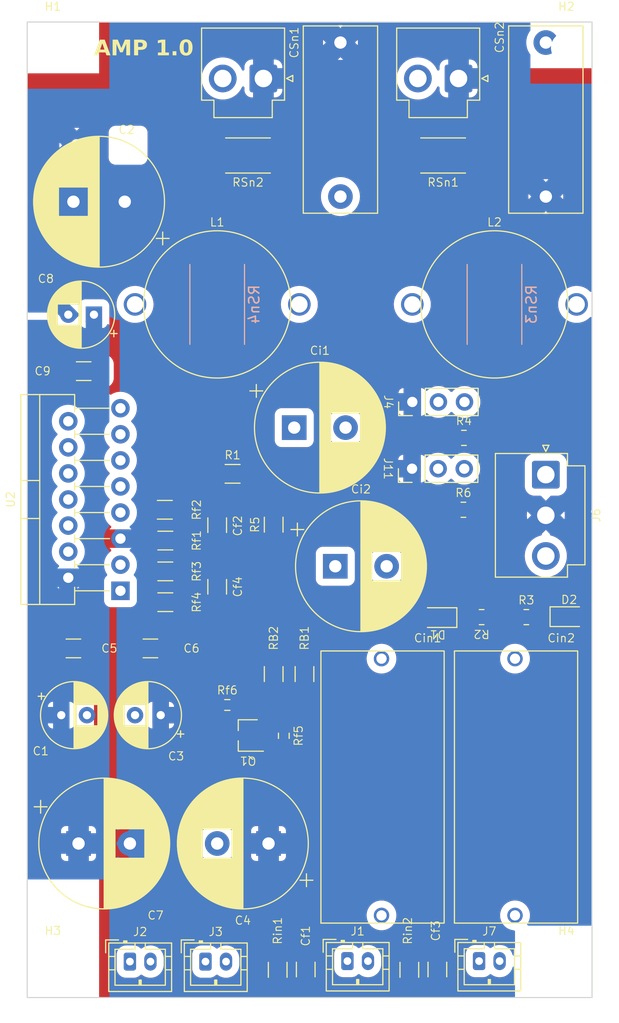
<source format=kicad_pcb>
(kicad_pcb (version 20240108) (generator "pcbnew") (generator_version "8.0")
  (layers (0 "F.Cu" signal) (1 "In1.Cu" power) (2 "In2.Cu" signal) (31 "B.Cu" mixed) (34 "B.Paste" user) (35 "F.Paste" user) (36 "B.SilkS" user "B.Silkscreen") (37 "F.SilkS" user "F.Silkscreen") (38 "B.Mask" user) (39 "F.Mask" user) (44 "Edge.Cuts" user))
  (net 0 "")
  (net 1 "CH1-IN")
  (net 2 "Net-(Ci1-Pad1)")
  (net 3 "VP")
  (net 4 "VM")
  (net 5 "CH1-OUT")
  (net 6 "INPUTGND")
  (net 7 "PGND")
  (net 8 "Net-(CSn1-Pad2)")
  (net 9 "Net-(D1-A)")
  (net 10 "Net-(D2-A)")
  (net 11 "Net-(Cin1-Pad2)")
  (net 12 "SIGGND")
  (net 13 "Net-(U2A-+)")
  (net 14 "Net-(Cf2-Pad1)")
  (net 15 "Net-(U2B-+)")
  (net 16 "Net-(J4-Pin_3)")
  (net 17 "Net-(Cf4-Pad1)")
  (net 18 "Net-(Ci2-Pad1)")
  (net 19 "Net-(Cin2-Pad2)")
  (net 20 "Net-(CSn2-Pad2)")
  (net 23 "Net-(U2A--)")
  (net 24 "Net-(U2B--)")
  (net 25 "SIGGND2")
  (net 26 "CH2-IN")
  (net 27 "CH2-OUT")
  (net 28 "Net-(J11-Pin_3)")
  (net 29 "Net-(Q1-B)")
  (net 30 "Net-(Q1-C)")
  (net 31 "MUTE_SIGNAL")
  (net 32 "MUTE")
  (footprint "Connector_PinHeader_2.54mm:PinHeader_1x03_P2.54mm_Vertical" (layer "F.Cu") (at 110.8 100.95 90)
    (property "Reference" "J4" (at 0 -2.33 -90) (layer "F.SilkS") (effects (font (size 0.8 0.8) (thickness 0.1))))
    (property "Value" "Conn_01x03_Male")
    (pad "1" thru_hole rect (at 0 0 90) (size 1.7 1.7) (drill 1) (layers "*.Cu" "*.Mask") (net 7 "PGND"))
    (pad "2" thru_hole oval (at 0 2.54 90) (size 1.7 1.7) (drill 1) (layers "*.Cu" "*.Mask") (net 12 "SIGGND"))
    (pad "3" thru_hole oval (at 0 5.08 90) (size 1.7 1.7) (drill 1) (layers "*.Cu" "*.Mask") (net 16 "Net-(J4-Pin_3)"))
  )
  (footprint "Components:4.7uF Polypropylene Aliexpress" (layer "F.Cu") (at 120.8 138.45 90)
    (property "Reference" "Cin2" (at 14.5 4.5 0) (layer "F.SilkS") (effects (font (size 0.8 0.8) (thickness 0.1))))
    (property "Value" "4.7u")
    (pad "1" thru_hole circle (at -12.5 0 90) (size 1.5 1.5) (drill 1) (layers "*.Cu" "*.Mask") (net 26 "CH2-IN"))
    (pad "2" thru_hole circle (at 12.5 0 90) (size 1.5 1.5) (drill 1) (layers "*.Cu" "*.Mask") (net 19 "Net-(Cin2-Pad2)"))
  )
  (footprint "Resistor_SMD:R_1206_3216Metric_Pad1.30x1.75mm_HandSolder" (layer "F.Cu") (at 110.51 156.25 90)
    (property "Reference" "Rin2" (at 3.8 -0.154 90) (layer "F.SilkS") (effects (font (size 0.8 0.8) (thickness 0.1))))
    (property "Value" "20K")
    (pad "1" smd roundrect (at -1.55 0 90) (size 1.3 1.75) (layers "F.Cu" "F.Paste" "F.Mask") (roundrect_rratio 0.192308) (net 6 "INPUTGND"))
    (pad "2" smd roundrect (at 1.55 0 90) (size 1.3 1.75) (layers "F.Cu" "F.Paste" "F.Mask") (roundrect_rratio 0.192308) (net 19 "Net-(Cin2-Pad2)"))
  )
  (footprint "Connector_JST:JST_PH_B2B-PH-K_1x02_P2.00mm_Vertical" (layer "F.Cu") (at 90.66 155.45)
    (property "Reference" "J3" (at 1 -2.9 0) (layer "F.SilkS") (effects (font (size 0.8 0.8) (thickness 0.1))))
    (property "Value" "Conn_01x02_Male")
    (pad "1" thru_hole roundrect (at 0 0) (size 1.2 1.75) (drill 0.75) (layers "*.Cu" "*.Mask") (roundrect_rratio 0.208333))
    (pad "2" thru_hole oval (at 2 0) (size 1.2 1.75) (drill 0.75) (layers "*.Cu" "*.Mask") (net 31 "MUTE_SIGNAL"))
  )
  (footprint "Resistor_SMD:R_0805_2012Metric_Pad1.20x1.40mm_HandSolder" (layer "F.Cu") (at 115.825 104.45)
    (property "Reference" "R4" (at 0 -1.65 0) (layer "F.SilkS") (effects (font (size 0.8 0.8) (thickness 0.1))))
    (property "Value" "15R")
    (pad "1" smd roundrect (at -1 0) (size 1.2 1.4) (layers "F.Cu" "F.Paste" "F.Mask") (roundrect_rratio 0.208333) (net 16 "Net-(J4-Pin_3)"))
    (pad "2" smd roundrect (at 1 0) (size 1.2 1.4) (layers "F.Cu" "F.Paste" "F.Mask") (roundrect_rratio 0.208333) (net 7 "PGND"))
  )
  (footprint "Resistor_SMD:R_2512_6332Metric_Pad1.40x3.35mm_HandSolder" (layer "F.Cu") (at 94.8 76.95 180)
    (property "Reference" "RSn2" (at 0 -2.62 0) (layer "F.SilkS") (effects (font (size 0.8 0.8) (thickness 0.1))))
    (property "Value" "4R7")
    (pad "1" smd roundrect (at -3.05 0 180) (size 1.4 3.35) (layers "F.Cu" "F.Paste" "F.Mask") (roundrect_rratio 0.178571) (net 8 "Net-(CSn1-Pad2)"))
    (pad "2" smd roundrect (at 3.05 0 180) (size 1.4 3.35) (layers "F.Cu" "F.Paste" "F.Mask") (roundrect_rratio 0.178571) (net 5 "CH1-OUT"))
  )
  (footprint "Capacitor_SMD:C_1206_3216Metric_Pad1.33x1.80mm_HandSolder" (layer "F.Cu") (at 100.42 156.22 -90)
    (property "Reference" "Cf1" (at -3.27 0.008 90) (layer "F.SilkS") (effects (font (size 0.8 0.8) (thickness 0.1))))
    (property "Value" "680p C0G")
    (pad "1" smd roundrect (at -1.5625 0 270) (size 1.325 1.8) (layers "F.Cu" "F.Paste" "F.Mask") (roundrect_rratio 0.188679) (net 13 "Net-(U2A-+)"))
    (pad "2" smd roundrect (at 1.5625 0 270) (size 1.325 1.8) (layers "F.Cu" "F.Paste" "F.Mask") (roundrect_rratio 0.188679) (net 6 "INPUTGND"))
  )
  (footprint "Capacitor_SMD:C_1206_3216Metric_Pad1.33x1.80mm_HandSolder" (layer "F.Cu") (at 78.8 97.95 180)
    (property "Reference" "C9" (at 4 0 0) (layer "F.SilkS") (effects (font (size 0.8 0.8) (thickness 0.1))))
    (property "Value" "4.7U X7R 50V")
    (pad "1" smd roundrect (at -1.5625 0 180) (size 1.325 1.8) (layers "F.Cu" "F.Paste" "F.Mask") (roundrect_rratio 0.188679) (net 3 "VP"))
    (pad "2" smd roundrect (at 1.5625 0 180) (size 1.325 1.8) (layers "F.Cu" "F.Paste" "F.Mask") (roundrect_rratio 0.188679) (net 7 "PGND"))
  )
  (footprint "Connector_JST:JST_PH_B2B-PH-K_1x02_P2.00mm_Vertical" (layer "F.Cu") (at 83.3 155.45)
    (property "Reference" "J2" (at 1 -2.9 0) (layer "F.SilkS") (effects (font (size 0.8 0.8) (thickness 0.1))))
    (property "Value" "Conn_01x02_Male")
    (pad "1" thru_hole roundrect (at 0 0) (size 1.2 1.75) (drill 0.75) (layers "*.Cu" "*.Mask") (roundrect_rratio 0.208333))
    (pad "2" thru_hole oval (at 2 0) (size 1.2 1.75) (drill 0.75) (layers "*.Cu" "*.Mask") (net 31 "MUTE_SIGNAL"))
  )
  (footprint "Capacitor_SMD:C_1206_3216Metric_Pad1.33x1.80mm_HandSolder" (layer "F.Cu") (at 77.8 124.95)
    (property "Reference" "C5" (at 3.5 0 0) (layer "F.SilkS") (effects (font (size 0.8 0.8) (thickness 0.1))))
    (property "Value" "4.7U X7R 50V")
    (pad "1" smd roundrect (at -1.5625 0) (size 1.325 1.8) (layers "F.Cu" "F.Paste" "F.Mask") (roundrect_rratio 0.188679) (net 3 "VP"))
    (pad "2" smd roundrect (at 1.5625 0) (size 1.325 1.8) (layers "F.Cu" "F.Paste" "F.Mask") (roundrect_rratio 0.188679) (net 7 "PGND"))
  )
  (footprint "Capacitor_THT:CP_Radial_D12.5mm_P5.00mm" (layer "F.Cu") (at 82.8 81.45 180)
    (property "Reference" "C2" (at -0.176041 7 0) (layer "F.SilkS") (effects (font (size 0.8 0.8) (thickness 0.1))))
    (property "Value" "1000U 50V")
    (pad "1" thru_hole rect (at 0 0 180) (size 2.4 2.4) (drill 1.2) (layers "*.Cu" "*.Mask") (net 3 "VP"))
    (pad "2" thru_hole circle (at 5 0 180) (size 2.4 2.4) (drill 1.2) (layers "*.Cu" "*.Mask") (net 7 "PGND"))
  )
  (footprint "Components:4.7uF Polypropylene Aliexpress" (layer "F.Cu") (at 107.8 138.45 90)
    (property "Reference" "Cin1" (at 14.5 4.5 0) (layer "F.SilkS") (effects (font (size 0.8 0.8) (thickness 0.1))))
    (property "Value" "4.7u")
    (pad "1" thru_hole circle (at -12.5 0 90) (size 1.5 1.5) (drill 1) (layers "*.Cu" "*.Mask") (net 1 "CH1-IN"))
    (pad "2" thru_hole circle (at 12.5 0 90) (size 1.5 1.5) (drill 1) (layers "*.Cu" "*.Mask") (net 11 "Net-(Cin1-Pad2)"))
  )
  (footprint "Resistor_SMD:R_1206_3216Metric_Pad1.30x1.75mm_HandSolder" (layer "F.Cu") (at 86.7 111.45)
    (property "Reference" "Rf2" (at 3.1 0 90) (layer "F.SilkS") (effects (font (size 0.8 0.8) (thickness 0.1))))
    (property "Value" "20K")
    (pad "1" smd roundrect (at -1.55 0) (size 1.3 1.75) (layers "F.Cu" "F.Paste" "F.Mask") (roundrect_rratio 0.192308) (net 5 "CH1-OUT"))
    (pad "2" smd roundrect (at 1.55 0) (size 1.3 1.75) (layers "F.Cu" "F.Paste" "F.Mask") (roundrect_rratio 0.192308) (net 14 "Net-(Cf2-Pad1)"))
  )
  (footprint "Capacitor_THT:CP_Radial_D6.3mm_P2.50mm" (layer "F.Cu") (at 86.3 131.45 180)
    (property "Reference" "C3" (at -1.5 -4 0) (layer "F.SilkS") (effects (font (size 0.8 0.8) (thickness 0.1))))
    (property "Value" "22U 50V")
    (pad "1" thru_hole rect (at 0 0 180) (size 1.6 1.6) (drill 0.8) (layers "*.Cu" "*.Mask") (net 7 "PGND"))
    (pad "2" thru_hole circle (at 2.5 0 180) (size 1.6 1.6) (drill 0.8) (layers "*.Cu" "*.Mask") (net 4 "VM"))
  )
  (footprint "Resistor_SMD:R_2512_6332Metric_Pad1.40x3.35mm_HandSolder" (layer "F.Cu") (at 113.8 76.95 180)
    (property "Reference" "RSn1" (at 0 -2.62 0) (layer "F.SilkS") (effects (font (size 0.8 0.8) (thickness 0.1))))
    (property "Value" "4R7")
    (pad "1" smd roundrect (at -3.05 0 180) (size 1.4 3.35) (layers "F.Cu" "F.Paste" "F.Mask") (roundrect_rratio 0.178571) (net 20 "Net-(CSn2-Pad2)"))
    (pad "2" smd roundrect (at 3.05 0 180) (size 1.4 3.35) (layers "F.Cu" "F.Paste" "F.Mask") (roundrect_rratio 0.178571) (net 27 "CH2-OUT"))
  )
  (footprint "Resistor_SMD:R_1206_3216Metric_Pad1.30x1.75mm_HandSolder" (layer "F.Cu") (at 97.3 112.9 90)
    (property "Reference" "R5" (at 0 -1.82 90) (layer "F.SilkS") (effects (font (size 0.8 0.8) (thickness 0.1))))
    (property "Value" "1.0K")
    (pad "1" smd roundrect (at -1.55 0 90) (size 1.3 1.75) (layers "F.Cu" "F.Paste" "F.Mask") (roundrect_rratio 0.192308) (net 24 "Net-(U2B--)"))
    (pad "2" smd roundrect (at 1.55 0 90) (size 1.3 1.75) (layers "F.Cu" "F.Paste" "F.Mask") (roundrect_rratio 0.192308) (net 18 "Net-(Ci2-Pad1)"))
  )
  (footprint "Connector_JST:JST_VH_B3P-VH-B_1x03_P3.96mm_Vertical" (layer "F.Cu") (at 123.8 108.03 -90)
    (property "Reference" "J6" (at 3.96 -4.9 90) (layer "F.SilkS") (effects (font (size 0.8 0.8) (thickness 0.1))))
    (property "Value" "Conn_01x03_Male")
    (pad "1" thru_hole roundrect (at 0 0 270) (size 2.7 2.7) (drill 1.7) (layers "*.Cu" "*.Mask") (roundrect_rratio 0.092593) (net 3 "VP"))
    (pad "2" thru_hole circle (at 3.96 0 270) (size 2.7 2.7) (drill 1.7) (layers "*.Cu" "*.Mask") (net 7 "PGND"))
    (pad "3" thru_hole circle (at 7.92 0 270) (size 2.7 2.7) (drill 1.7) (layers "*.Cu" "*.Mask") (net 4 "VM"))
  )
  (footprint "Package_TO_SOT_SMD:TSOT-23" (layer "F.Cu") (at 94.8 133.45 180)
    (property "Reference" "Q1" (at 0 -2.45 180) (layer "F.SilkS") (effects (font (size 0.8 0.8) (thickness 0.1))))
    (property "Value" "2N3055")
    (pad "1" smd rect (at -1.31 -0.95 180) (size 1.22 0.65) (layers "F.Cu" "F.Paste" "F.Mask") (net 29 "Net-(Q1-B)"))
    (pad "2" smd rect (at -1.31 0.95 180) (size 1.22 0.65) (layers "F.Cu" "F.Paste" "F.Mask") (net 4 "VM"))
    (pad "3" smd rect (at 1.31 0 180) (size 1.22 0.65) (layers "F.Cu" "F.Paste" "F.Mask") (net 30 "Net-(Q1-C)"))
  )
  (footprint "Connector_PinHeader_2.54mm:PinHeader_1x03_P2.54mm_Vertical" (layer "F.Cu") (at 110.775 107.45 90)
    (property "Reference" "J11" (at 0 -2.33 -90) (layer "F.SilkS") (effects (font (size 0.8 0.8) (thickness 0.1))))
    (property "Value" "Conn_01x03_Male")
    (pad "1" thru_hole rect (at 0 0 90) (size 1.7 1.7) (drill 1) (layers "*.Cu" "*.Mask") (net 7 "PGND"))
    (pad "2" thru_hole oval (at 0 2.54 90) (size 1.7 1.7) (drill 1) (layers "*.Cu" "*.Mask") (net 25 "SIGGND2"))
    (pad "3" thru_hole oval (at 0 5.08 90) (size 1.7 1.7) (drill 1) (layers "*.Cu" "*.Mask") (net 28 "Net-(J11-Pin_3)"))
  )
  (footprint "Custom:500nH Inductor Aliexpress Air Gap" (layer "F.Cu") (at 91.8 91.45)
    (property "Reference" "L1" (at 0 -8 0) (layer "F.SilkS") (effects (font (size 0.8 0.8) (thickness 0.1))))
    (property "Value" "L_Small")
    (pad "1" thru_hole circle (at -8 0) (size 2.2 2.2) (drill 1.6) (layers "*.Cu" "*.Mask"))
    (pad "2" thru_hole circle (at 8 0) (size 2.2 2.2) (drill 1.6) (layers "*.Cu" "*.Mask"))
  )
  (footprint "Capacitor_SMD:C_1206_3216Metric_Pad1.33x1.80mm_HandSolder" (layer "F.Cu") (at 113.24 156.22 -90)
    (property "Reference" "Cf3" (at -3.77 0.162 90) (layer "F.SilkS") (effects (font (size 0.8 0.8) (thickness 0.1))))
    (property "Value" "680p C0G")
    (pad "1" smd roundrect (at -1.5625 0 270) (size 1.325 1.8) (layers "F.Cu" "F.Paste" "F.Mask") (roundrect_rratio 0.188679) (net 15 "Net-(U2B-+)"))
    (pad "2" smd roundrect (at 1.5625 0 270) (size 1.325 1.8) (layers "F.Cu" "F.Paste" "F.Mask") (roundrect_rratio 0.188679) (net 6 "INPUTGND"))
  )
  (footprint "Capacitor_THT:CP_Radial_D12.5mm_P5.00mm" (layer "F.Cu") (at 78.3 143.95)
    (property "Reference" "C7" (at 7.5 7 0) (layer "F.SilkS") (effects (font (size 0.8 0.8) (thickness 0.1))))
    (property "Value" "1000U 50V")
    (pad "1" thru_hole rect (at 0 0) (size 2.4 2.4) (drill 1.2) (layers "*.Cu" "*.Mask") (net 3 "VP"))
    (pad "2" thru_hole circle (at 5 0) (size 2.4 2.4) (drill 1.2) (layers "*.Cu" "*.Mask") (net 7 "PGND"))
  )
  (footprint "Resistor_SMD:R_1206_3216Metric_Pad1.30x1.75mm_HandSolder" (layer "F.Cu") (at 86.75 120.45)
    (property "Reference" "Rf4" (at 3.05 0 90) (layer "F.SilkS") (effects (font (size 0.8 0.8) (thickness 0.1))))
    (property "Value" "20K")
    (pad "1" smd roundrect (at -1.55 0) (size 1.3 1.75) (layers "F.Cu" "F.Paste" "F.Mask") (roundrect_rratio 0.192308) (net 27 "CH2-OUT"))
    (pad "2" smd roundrect (at 1.55 0) (size 1.3 1.75) (layers "F.Cu" "F.Paste" "F.Mask") (roundrect_rratio 0.192308) (net 17 "Net-(Cf4-Pad1)"))
  )
  (footprint "Package_TO_SOT_THT:TO-220-15_P2.54x2.54mm_StaggerOdd_Lead4.58mm_Vertical" (layer "F.Cu") (at 82.38 119.34 90)
    (property "Reference" "U2" (at 8.89 -10.7 90) (layer "F.SilkS") (effects (font (size 0.8 0.8) (thickness 0.1))))
    (property "Value" "LM4766")
    (pad "1" thru_hole rect (at 0 0 90) (size 1.8 1.8) (drill 1) (layers "*.Cu" "*.Mask") (net 27 "CH2-OUT"))
    (pad "2" thru_hole oval (at 1.27 -5.08 90) (size 1.8 1.8) (drill 1) (layers "*.Cu" "*.Mask") (net 3 "VP"))
    (pad "3" thru_hole oval (at 2.54 0 90) (size 1.8 1.8) (drill 1) (layers "*.Cu" "*.Mask") (net 5 "CH1-OUT"))
    (pad "4" thru_hole oval (at 3.81 -5.08 90) (size 1.8 1.8) (drill 1) (layers "*.Cu" "*.Mask") (net 4 "VM"))
    (pad "5" thru_hole oval (at 5.08 0 90) (size 1.8 1.8) (drill 1) (layers "*.Cu" "*.Mask") (net 7 "PGND"))
    (pad "6" thru_hole oval (at 6.35 -5.08 90) (size 1.8 1.8) (drill 1) (layers "*.Cu" "*.Mask") (net 32 "MUTE"))
    (pad "7" thru_hole oval (at 7.62 0 90) (size 1.8 1.8) (drill 1) (layers "*.Cu" "*.Mask") (net 23 "Net-(U2A--)"))
    (pad "8" thru_hole oval (at 8.89 -5.08 90) (size 1.8 1.8) (drill 1) (layers "*.Cu" "*.Mask") (net 13 "Net-(U2A-+)"))
    (pad "9" thru_hole oval (at 10.16 0 90) (size 1.8 1.8) (drill 1) (layers "*.Cu" "*.Mask"))
    (pad "10" thru_hole oval (at 11.43 -5.08 90) (size 1.8 1.8) (drill 1) (layers "*.Cu" "*.Mask") (net 7 "PGND"))
    (pad "11" thru_hole oval (at 12.7 0 90) (size 1.8 1.8) (drill 1) (layers "*.Cu" "*.Mask") (net 32 "MUTE"))
    (pad "12" thru_hole oval (at 13.97 -5.08 90) (size 1.8 1.8) (drill 1) (layers "*.Cu" "*.Mask") (net 24 "Net-(U2B--)"))
    (pad "13" thru_hole oval (at 15.24 0 90) (size 1.8 1.8) (drill 1) (layers "*.Cu" "*.Mask") (net 15 "Net-(U2B-+)"))
    (pad "14" thru_hole oval (at 16.51 -5.08 90) (size 1.8 1.8) (drill 1) (layers "*.Cu" "*.Mask"))
    (pad "15" thru_hole oval (at 17.78 0 90) (size 1.8 1.8) (drill 1) (layers "*.Cu" "*.Mask") (net 3 "VP"))
  )
  (footprint "Connector_JST:JST_PH_B2B-PH-K_1x02_P2.00mm_Vertical" (layer "F.Cu") (at 104.48 155.4)
    (property "Reference" "J1" (at 1 -2.9 0) (layer "F.SilkS") (effects (font (size 0.8 0.8) (thickness 0.1))))
    (property "Value" "Conn_01x02_Male")
    (pad "1" thru_hole roundrect (at 0 0) (size 1.2 1.75) (drill 0.75) (layers "*.Cu" "*.Mask") (roundrect_rratio 0.208333) (net 6 "INPUTGND"))
    (pad "2" thru_hole oval (at 2 0) (size 1.2 1.75) (drill 0.75) (layers "*.Cu" "*.Mask") (net 1 "CH1-IN"))
  )
  (footprint "Resistor_SMD:R_1206_3216Metric_Pad1.30x1.75mm_HandSolder" (layer "F.Cu") (at 93.3 107.95)
    (property "Reference" "R1" (at 0 -1.82 0) (layer "F.SilkS") (effects (font (size 0.8 0.8) (thickness 0.1))))
    (property "Value" "1.0K")
    (pad "1" smd roundrect (at -1.55 0) (size 1.3 1.75) (layers "F.Cu" "F.Paste" "F.Mask") (roundrect_rratio 0.192308) (net 23 "Net-(U2A--)"))
    (pad "2" smd roundrect (at 1.55 0) (size 1.3 1.75) (layers "F.Cu" "F.Paste" "F.Mask") (roundrect_rratio 0.192308) (net 2 "Net-(Ci1-Pad1)"))
  )
  (footprint "Capacitor_SMD:C_1206_3216Metric_Pad1.33x1.80mm_HandSolder" (layer "F.Cu") (at 91.8 112.95 -90)
    (property "Reference" "Cf2" (at 0.0625 -2 90) (layer "F.SilkS") (effects (font (size 0.8 0.8) (thickness 0.1))))
    (property "Value" "47P C0G")
    (pad "1" smd roundrect (at -1.5625 0 270) (size 1.325 1.8) (layers "F.Cu" "F.Paste" "F.Mask") (roundrect_rratio 0.188679) (net 14 "Net-(Cf2-Pad1)"))
    (pad "2" smd roundrect (at 1.5625 0 270) (size 1.325 1.8) (layers "F.Cu" "F.Paste" "F.Mask") (roundrect_rratio 0.188679) (net 23 "Net-(U2A--)"))
  )
  (footprint "Connector_JST:JST_VH_B2P-VH_1x02_P3.96mm_Vertical" (layer "F.Cu") (at 96.3 69.45 180)
    (property "Reference" "J5" (hide yes))
    (property "Value" "Conn_01x02_Male")
    (pad "1" thru_hole roundrect (at 0 0 180) (size 2.7 2.7) (drill 1.7) (layers "*.Cu" "*.Mask") (roundrect_rratio 0.092593) (net 7 "PGND"))
    (pad "2" thru_hole circle (at 3.96 0 180) (size 2.7 2.7) (drill 1.7) (layers "*.Cu" "*.Mask") (net 5 "CH1-OUT"))
  )
  (footprint "Capacitor_THT:CP_Radial_D6.3mm_P2.50mm" (layer "F.Cu") (at 79.8 92.45 180)
    (property "Reference" "C8" (at 4.682379 3.5 0) (layer "F.SilkS") (effects (font (size 0.8 0.8) (thickness 0.1))))
    (property "Value" "22U 50V")
    (pad "1" thru_hole rect (at 0 0 180) (size 1.6 1.6) (drill 0.8) (layers "*.Cu" "*.Mask") (net 3 "VP"))
    (pad "2" thru_hole circle (at 2.5 0 180) (size 1.6 1.6) (drill 0.8) (layers "*.Cu" "*.Mask") (net 7 "PGND"))
  )
  (footprint "Custom:500nH Inductor Aliexpress Air Gap" (layer "F.Cu") (at 118.8 91.45)
    (property "Reference" "L2" (at 0 -8 0) (layer "F.SilkS") (effects (font (size 0.8 0.8) (thickness 0.1))))
    (property "Value" "L_Small")
    (pad "1" thru_hole circle (at -8 0) (size 2.2 2.2) (drill 1.6) (layers "*.Cu" "*.Mask"))
    (pad "2" thru_hole circle (at 8 0) (size 2.2 2.2) (drill 1.6) (layers "*.Cu" "*.Mask"))
  )
  (footprint "Resistor_SMD:R_1206_3216Metric_Pad1.30x1.75mm_HandSolder" (layer "F.Cu") (at 86.75 117.45)
    (property "Reference" "Rf3" (at 3.05 0 90) (layer "F.SilkS") (effects (font (size 0.8 0.8) (thickness 0.1))))
    (property "Value" "23.4K")
    (pad "1" smd roundrect (at -1.55 0) (size 1.3 1.75) (layers "F.Cu" "F.Paste" "F.Mask") (roundrect_rratio 0.192308) (net 27 "CH2-OUT"))
    (pad "2" smd roundrect (at 1.55 0) (size 1.3 1.75) (layers "F.Cu" "F.Paste" "F.Mask") (roundrect_rratio 0.192308) (net 24 "Net-(U2B--)"))
  )
  (footprint "Capacitor_SMD:C_1206_3216Metric_Pad1.33x1.80mm_HandSolder" (layer "F.Cu") (at 85.3 124.95 180)
    (property "Reference" "C6" (at -4 0 0) (layer "F.SilkS") (effects (font (size 0.8 0.8) (thickness 0.1))))
    (property "Value" "4.7U X7R 50V")
    (pad "1" smd roundrect (at -1.5625 0 180) (size 1.325 1.8) (layers "F.Cu" "F.Paste" "F.Mask") (roundrect_rratio 0.188679) (net 7 "PGND"))
    (pad "2" smd roundrect (at 1.5625 0 180) (size 1.325 1.8) (layers "F.Cu" "F.Paste" "F.Mask") (roundrect_rratio 0.188679) (net 4 "VM"))
  )
  (footprint "Resistor_SMD:R_1206_3216Metric_Pad1.30x1.75mm_HandSolder" (layer "F.Cu") (at 97.69 156.25 90)
    (property "Reference" "Rin1" (at 3.8 0 90) (layer "F.SilkS") (effects (font (size 0.8 0.8) (thickness 0.1))))
    (property "Value" "20K")
    (pad "1" smd roundrect (at -1.55 0 90) (size 1.3 1.75) (layers "F.Cu" "F.Paste" "F.Mask") (roundrect_rratio 0.192308) (net 6 "INPUTGND"))
    (pad "2" smd roundrect (at 1.55 0 90) (size 1.3 1.75) (layers "F.Cu" "F.Paste" "F.Mask") (roundrect_rratio 0.192308) (net 11 "Net-(Cin1-Pad2)"))
  )
  (footprint "MountingHole:MountingHole_3mm" (layer "F.Cu") (at 125.8 66.45)
    (property "Reference" "H2" (at 0 -4 0) (layer "F.SilkS") (effects (font (size 0.8 0.8) (thickness 0.1))))
    (property "Value" "MountingHole")
    (pad "" np_thru_hole circle (at 0 0) (size 3 3) (drill 3) (layers "*.Cu" "*.Mask"))
  )
  (footprint "Capacitor_THT:CP_Radial_D12.5mm_P5.00mm" (layer "F.Cu") (at 96.8 143.95 180)
    (property "Reference" "C4" (at 2.5 -7.5 0) (layer "F.SilkS") (effects (font (size 0.8 0.8) (thickness 0.1))))
    (property "Value" "1000U 50V")
    (pad "1" thru_hole rect (at 0 0 180) (size 2.4 2.4) (drill 1.2) (layers "*.Cu" "*.Mask") (net 7 "PGND"))
    (pad "2" thru_hole circle (at 5 0 180) (size 2.4 2.4) (drill 1.2) (layers "*.Cu" "*.Mask") (net 4 "VM"))
  )
  (footprint "Resistor_SMD:R_0603_1608Metric_Pad0.98x0.95mm_HandSolder" (layer "F.Cu") (at 98.2875 133.46 -90)
    (property "Reference" "Rf5" (at 0 -1.43 90) (layer "F.SilkS") (effects (font (size 0.8 0.8) (thickness 0.1))))
    (property "Value" "1K")
    (pad "1" smd roundrect (at -0.9125 0 270) (size 0.975 0.95) (layers "F.Cu" "F.Paste" "F.Mask") (net 29 "Net-(Q1-B)"))
    (pad "2" smd roundrect (at 0.9125 0 270) (size 0.975 0.95) (layers "F.Cu" "F.Paste" "F.Mask") (net 31 "MUTE_SIGNAL"))
  )
  (footprint "LED_SMD:LED_0805_2012Metric_Pad1.15x1.40mm_HandSolder" (layer "F.Cu") (at 113.275 121.95 180)
    (property "Reference" "D1" (at 0 -1.65 180) (layer "F.SilkS") (effects (font (size 0.8 0.8) (thickness 0.1))))
    (property "Value" "YELLOW")
    (pad "1" smd roundrect (at -1.025 0 180) (size 1.15 1.4) (layers "F.Cu" "F.Paste" "F.Mask") (roundrect_rratio 0.217391) (net 4 "VM"))
    (pad "2" smd roundrect (at 1.025 0 180) (size 1.15 1.4) (layers "F.Cu" "F.Paste" "F.Mask") (roundrect_rratio 0.217391) (net 9 "Net-(D1-A)"))
  )
  (footprint "Resistor_SMD:R_1206_3216Metric_Pad1.30x1.75mm_HandSolder" (layer "F.Cu") (at 97.3 127.45 90)
    (property "Reference" "RB2" (at 3.5 0 90) (layer "F.SilkS") (effects (font (size 0.8 0.8) (thickness 0.1))))
    (property "Value" "1.2K")
    (pad "1" smd roundrect (at -1.55 0 90) (size 1.3 1.75) (layers "F.Cu" "F.Paste" "F.Mask") (roundrect_rratio 0.192308) (net 19 "Net-(Cin2-Pad2)"))
    (pad "2" smd roundrect (at 1.55 0 90) (size 1.3 1.75) (layers "F.Cu" "F.Paste" "F.Mask") (roundrect_rratio 0.192308) (net 15 "Net-(U2B-+)"))
  )
  (footprint "MountingHole:MountingHole_3mm" (layer "F.Cu") (at 75.8 156.45)
    (property "Reference" "H3" (at 0 -4 0) (layer "F.SilkS") (effects (font (size 0.8 0.8) (thickness 0.1))))
    (property "Value" "MountingHole")
    (pad "" np_thru_hole circle (at 0 0) (size 3 3) (drill 3) (layers "*.Cu" "*.Mask"))
  )
  (footprint "Resistor_SMD:R_1206_3216Metric_Pad1.30x1.75mm_HandSolder" (layer "F.Cu") (at 100.3 127.45 90)
    (property "Reference" "RB1" (at 3.5 0 90) (layer "F.SilkS") (effects (font (size 0.8 0.8) (thickness 0.1))))
    (property "Value" "1.2K")
    (pad "1" smd roundrect (at -1.55 0 90) (size 1.3 1.75) (layers "F.Cu" "F.Paste" "F.Mask") (roundrect_rratio 0.192308) (net 11 "Net-(Cin1-Pad2)"))
    (pad "2" smd roundrect (at 1.55 0 90) (size 1.3 1.75) (layers "F.Cu" "F.Paste" "F.Mask") (roundrect_rratio 0.192308) (net 13 "Net-(U2A-+)"))
  )
  (footprint "Connector_JST:JST_PH_B2B-PH-K_1x02_P2.00mm_Vertical" (layer "F.Cu") (at 117.3 155.4)
    (property "Reference" "J7" (at 1 -2.9 0) (layer "F.SilkS") (effects (font (size 0.8 0.8) (thickness 0.1))))
    (property "Value" "Conn_01x02_Male")
    (pad "1" thru_hole roundrect (at 0 0) (size 1.2 1.75) (drill 0.75) (layers "*.Cu" "*.Mask") (roundrect_rratio 0.208333) (net 6 "INPUTGND"))
    (pad "2" thru_hole oval (at 2 0) (size 1.2 1.75) (drill 0.75) (layers "*.Cu" "*.Mask") (net 26 "CH2-IN"))
  )
  (footprint "Capacitor_THT:C_Rect_L18.0mm_W7.0mm_P15.00mm_FKS3_FKP3" (layer "F.Cu") (at 123.8 80.95 90)
    (property "Reference" "CSn2" (at 15.5 -4.5 90) (layer "F.SilkS") (effects (font (size 0.8 0.8) (thickness 0.1))))
    (property "Value" "220N PP 100V")
    (pad "1" thru_hole circle (at 0 0 90) (size 2.4 2.4) (drill 1.2) (layers "*.Cu" "*.Mask") (net 7 "PGND"))
    (pad "2" thru_hole circle (at 15 0 90) (size 2.4 2.4) (drill 1.2) (layers "*.Cu" "*.Mask") (net 20 "Net-(CSn2-Pad2)"))
  )
  (footprint "MountingHole:MountingHole_3mm" (layer "F.Cu") (at 125.8 156.45)
    (property "Reference" "H4" (at 0 -4 0) (layer "F.SilkS") (effects (font (size 0.8 0.8) (thickness 0.1))))
    (property "Value" "MountingHole")
    (pad "" np_thru_hole circle (at 0 0) (size 3 3) (drill 3) (layers "*.Cu" "*.Mask"))
  )
  (footprint "MountingHole:MountingHole_3mm" (layer "F.Cu") (at 75.8 66.45)
    (property "Reference" "H1" (at 0 -4 0) (layer "F.SilkS") (effects (font (size 0.8 0.8) (thickness 0.1))))
    (property "Value" "MountingHole")
    (pad "" np_thru_hole circle (at 0 0) (size 3 3) (drill 3) (layers "*.Cu" "*.Mask"))
  )
  (footprint "Capacitor_THT:CP_Radial_D12.5mm_P5.00mm" (layer "F.Cu") (at 99.3 103.45)
    (property "Reference" "Ci1" (at 2.5 -7.5 0) (layer "F.SilkS") (effects (font (size 0.8 0.8) (thickness 0.1))))
    (property "Value" "470U")
    (pad "1" thru_hole rect (at 0 0) (size 2.4 2.4) (drill 1.2) (layers "*.Cu" "*.Mask") (net 2 "Net-(Ci1-Pad1)"))
    (pad "2" thru_hole circle (at 5 0) (size 2.4 2.4) (drill 1.2) (layers "*.Cu" "*.Mask") (net 12 "SIGGND"))
  )
  (footprint "Capacitor_THT:C_Rect_L18.0mm_W7.0mm_P15.00mm_FKS3_FKP3" (layer "F.Cu") (at 103.8 65.95 -90)
    (property "Reference" "CSn1" (at 0 4.5 90) (layer "F.SilkS") (effects (font (size 0.8 0.8) (thickness 0.1))))
    (property "Value" "220N PP 100V")
    (pad "1" thru_hole circle (at 0 0 270) (size 2.4 2.4) (drill 1.2) (layers "*.Cu" "*.Mask") (net 7 "PGND"))
    (pad "2" thru_hole circle (at 15 0 270) (size 2.4 2.4) (drill 1.2) (layers "*.Cu" "*.Mask") (net 8 "Net-(CSn1-Pad2)"))
  )
  (footprint "Capacitor_THT:CP_Radial_D6.3mm_P2.50mm" (layer "F.Cu") (at 76.617621 131.45)
    (property "Reference" "C1" (at -2 3.5 0) (layer "F.SilkS") (effects (font (size 0.8 0.8) (thickness 0.1))))
    (property "Value" "22U 50V")
    (pad "1" thru_hole rect (at 0 0) (size 1.6 1.6) (drill 0.8) (layers "*.Cu" "*.Mask") (net 3 "VP"))
    (pad "2" thru_hole circle (at 2.5 0) (size 1.6 1.6) (drill 0.8) (layers "*.Cu" "*.Mask") (net 7 "PGND"))
  )
  (footprint "Resistor_SMD:R_0805_2012Metric_Pad1.20x1.40mm_HandSolder" (layer "F.Cu") (at 117.547751 121.905 180)
    (property "Reference" "R2" (at 0 -1.65 180) (layer "F.SilkS") (effects (font (size 0.8 0.8) (thickness 0.1))))
    (property "Value" "9.1K")
    (pad "1" smd roundrect (at -1 0 180) (size 1.2 1.4) (layers "F.Cu" "F.Paste" "F.Mask") (roundrect_rratio 0.208333) (net 9 "Net-(D1-A)"))
    (pad "2" smd roundrect (at 1 0 180) (size 1.2 1.4) (layers "F.Cu" "F.Paste" "F.Mask") (roundrect_rratio 0.208333) (net 7 "PGND"))
  )
  (footprint "Resistor_SMD:R_0805_2012Metric_Pad1.20x1.40mm_HandSolder" (layer "F.Cu") (at 115.775 111.45)
    (property "Reference" "R6" (at 0 -1.65 0) (layer "F.SilkS") (effects (font (size 0.8 0.8) (thickness 0.1))))
    (property "Value" "15R")
    (pad "1" smd roundrect (at -1 0) (size 1.2 1.4) (layers "F.Cu" "F.Paste" "F.Mask") (roundrect_rratio 0.208333) (net 28 "Net-(J11-Pin_3)"))
    (pad "2" smd roundrect (at 1 0) (size 1.2 1.4) (layers "F.Cu" "F.Paste" "F.Mask") (roundrect_rratio 0.208333) (net 7 "PGND"))
  )
  (footprint "Capacitor_SMD:C_1206_3216Metric_Pad1.33x1.80mm_HandSolder" (layer "F.Cu") (at 91.8 118.95 90)
    (property "Reference" "Cf4" (at 0 2 90) (layer "F.SilkS") (effects (font (size 0.8 0.8) (thickness 0.1))))
    (property "Value" "47P C0G")
    (pad "1" smd roundrect (at -1.5625 0 90) (size 1.325 1.8) (layers "F.Cu" "F.Paste" "F.Mask") (roundrect_rratio 0.188679) (net 17 "Net-(Cf4-Pad1)"))
    (pad "2" smd roundrect (at 1.5625 0 90) (size 1.325 1.8) (layers "F.Cu" "F.Paste" "F.Mask") (roundrect_rratio 0.188679) (net 24 "Net-(U2B--)"))
  )
  (footprint "Connector_JST:JST_VH_B2P-VH_1x02_P3.96mm_Vertical" (layer "F.Cu") (at 115.3 69.45 180)
    (property "Reference" "J8" (hide yes))
    (property "Value" "Conn_01x02_Male")
    (pad "1" thru_hole roundrect (at 0 0 180) (size 2.7 2.7) (drill 1.7) (layers "*.Cu" "*.Mask") (roundrect_rratio 0.092593) (net 7 "PGND"))
    (pad "2" thru_hole circle (at 3.96 0 180) (size 2.7 2.7) (drill 1.7) (layers "*.Cu" "*.Mask") (net 27 "CH2-OUT"))
  )
  (footprint "LED_SMD:LED_0805_2012Metric_Pad1.15x1.40mm_HandSolder" (layer "F.Cu") (at 126.072751 121.86)
    (property "Reference" "D2" (at 0 -1.65 0) (layer "F.SilkS") (effects (font (size 0.8 0.8) (thickness 0.1))))
    (property "Value" "BLUE")
    (pad "1" smd roundrect (at -1.025 0) (size 1.15 1.4) (layers "F.Cu" "F.Paste" "F.Mask") (roundrect_rratio 0.217391) (net 7 "PGND"))
    (pad "2" smd roundrect (at 1.025 0) (size 1.15 1.4) (layers "F.Cu" "F.Paste" "F.Mask") (roundrect_rratio 0.217391) (net 10 "Net-(D2-A)"))
  )
  (footprint "Resistor_SMD:R_1206_3216Metric_Pad1.30x1.75mm_HandSolder" (layer "F.Cu") (at 86.75 114.45)
    (property "Reference" "Rf1" (at 3.05 0 90) (layer "F.SilkS") (effects (font (size 0.8 0.8) (thickness 0.1))))
    (property "Value" "23.4K")
    (pad "1" smd roundrect (at -1.55 0) (size 1.3 1.75) (layers "F.Cu" "F.Paste" "F.Mask") (roundrect_rratio 0.192308) (net 5 "CH1-OUT"))
    (pad "2" smd roundrect (at 1.55 0) (size 1.3 1.75) (layers "F.Cu" "F.Paste" "F.Mask") (roundrect_rratio 0.192308) (net 23 "Net-(U2A--)"))
  )
  (footprint "Resistor_SMD:R_0603_1608Metric_Pad0.98x0.95mm_HandSolder" (layer "F.Cu") (at 92.7875 130.46)
    (property "Reference" "Rf6" (at 0 -1.43 0) (layer "F.SilkS") (effects (font (size 0.8 0.8) (thickness 0.1))))
    (property "Value" "33.8K")
    (pad "1" smd roundrect (at -0.9125 0) (size 0.975 0.95) (layers "F.Cu" "F.Paste" "F.Mask") (net 32 "MUTE"))
    (pad "2" smd roundrect (at 0.9125 0) (size 0.975 0.95) (layers "F.Cu" "F.Paste" "F.Mask") (net 30 "Net-(Q1-C)"))
  )
  (footprint "Capacitor_THT:CP_Radial_D12.5mm_P5.00mm" (layer "F.Cu") (at 103.3 116.95)
    (property "Reference" "Ci2" (at 2.5 -7.5 0) (layer "F.SilkS") (effects (font (size 0.8 0.8) (thickness 0.1))))
    (property "Value" "470U")
    (pad "1" thru_hole rect (at 0 0) (size 2.4 2.4) (drill 1.2) (layers "*.Cu" "*.Mask") (net 18 "Net-(Ci2-Pad1)"))
    (pad "2" thru_hole circle (at 5 0) (size 2.4 2.4) (drill 1.2) (layers "*.Cu" "*.Mask") (net 25 "SIGGND2"))
  )
  (footprint "Resistor_SMD:R_0805_2012Metric_Pad1.20x1.40mm_HandSolder" (layer "F.Cu") (at 121.902751 121.905)
    (property "Reference" "R3" (at 0 -1.65 0) (layer "F.SilkS") (effects (font (size 0.8 0.8) (thickness 0.1))))
    (property "Value" "9.1K")
    (pad "1" smd roundrect (at -1 0) (size 1.2 1.4) (layers "F.Cu" "F.Paste" "F.Mask") (roundrect_rratio 0.208333) (net 10 "Net-(D2-A)"))
    (pad "2" smd roundrect (at 1 0) (size 1.2 1.4) (layers "F.Cu" "F.Paste" "F.Mask") (roundrect_rratio 0.208333) (net 3 "VP"))
  )
  (footprint "Resistor_SMD:R_4020_10251Metric_Pad1.65x5.30mm_HandSolder" (layer "B.Cu") (at 118.8 91.45 90)
    (property "Reference" "RSn3" (at 0 3.6 90) (layer "B.SilkS") (effects (justify mirror)))
    (property "Value" "10R")
    (pad "1" smd roundrect (at -4.9 0 90) (size 1.65 5.3) (layers "B.Cu" "B.Paste" "B.Mask") (roundrect_rratio 0.151515))
    (pad "2" smd roundrect (at 4.9 0 90) (size 1.65 5.3) (layers "B.Cu" "B.Paste" "B.Mask") (roundrect_rratio 0.151515))
  )
  (footprint "Resistor_SMD:R_4020_10251Metric_Pad1.65x5.30mm_HandSolder" (layer "B.Cu") (at 91.8 91.45 90)
    (property "Reference" "RSn4" (at 0 3.6 90) (layer "B.SilkS") (effects (justify mirror)))
    (property "Value" "10R")
    (pad "1" smd roundrect (at -4.9 0 90) (size 1.65 5.3) (layers "B.Cu" "B.Paste" "B.Mask") (roundrect_rratio 0.151515))
    (pad "2" smd roundrect (at 4.9 0 90) (size 1.65 5.3) (layers "B.Cu" "B.Paste" "B.Mask") (roundrect_rratio 0.151515))
  )
  (gr_line (start 128.3 63.95) (end 128.3 158.95) (stroke (width 0.1)) (layer "Edge.Cuts"))
  (gr_line (start 73.3 63.95) (end 73.3 158.95) (stroke (width 0.1)) (layer "Edge.Cuts"))
  (gr_line (start 128.3 158.95) (end 73.3 158.95) (stroke (width 0.1)) (layer "Edge.Cuts"))
  (gr_line (start 73.3 63.95) (end 128.3 63.95) (stroke (width 0.1)) (layer "Edge.Cuts"))
  (gr_text "AMP 1.0" (at 79.8 67.45 0) (layer "F.SilkS") (effects (font (size 1.5 1.5) (thickness 0.1) (bold yes)) (justify left bottom)))
  (zone (net 7) (net_name "PGND") (layer "F.Cu") (priority 1) (connect_pads (clearance 0.7)) (min_thickness 0.25) (fill yes (thermal_gap 0.5) (thermal_bridge_width 2))
    (polygon (pts (xy 121.3 68.45) (xy 128.3 68.45) (xy 128.3 150.45) (xy 119.8 150.45) (xy 119.8 159.95) (xy 80.3 159.95) (xy 80.3 134.45) (xy 79.8 134.45) (xy 79.8 102.45) (xy 80.8 103.45) (xy 81.3 103.45) (xy 81.3 91.45) (xy 72.3 91.45) (xy 72.3 68.95) (xy 80.3 68.95) (xy 80.3 61.95) (xy 121.3 61.95)))
  )
  (zone (net 7) (net_name "PGND") (layer "B.Cu") (priority 1) (connect_pads (clearance 0.7)) (min_thickness 0.25) (fill yes (thermal_gap 0.5) (thermal_bridge_width 2))
    (polygon (pts (xy 122.3 69.95) (xy 129.3 69.95) (xy 129.3 151.95) (xy 120.8 151.95) (xy 120.8 161.45) (xy 81.3 161.45) (xy 81.3 135.95) (xy 80.8 135.95) (xy 80.8 103.95) (xy 81.8 104.95) (xy 82.3 104.95) (xy 82.3 92.95) (xy 73.3 92.95) (xy 73.3 70.45) (xy 81.3 70.45) (xy 81.3 63.45) (xy 122.3 63.45)))
  )
  (zone (net 3) (net_name "VP") (layer "B.Cu") (priority 3) (connect_pads (clearance 0.7)) (min_thickness 0.25) (fill yes (thermal_gap 0.5) (thermal_bridge_width 2))
    (polygon (pts (xy 72.8 92.95) (xy 81.3 92.95) (xy 81.3 105.45) (xy 81.3 147.45) (xy 71.8 147.45) (xy 71.8 143.95) (xy 71.8 93.95)))
  )
)
</source>
